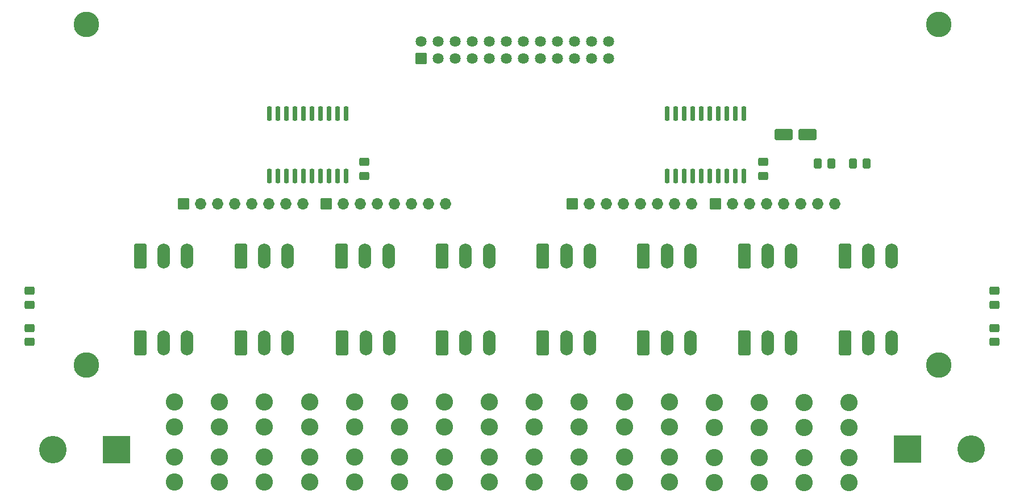
<source format=gbr>
G04 #@! TF.GenerationSoftware,KiCad,Pcbnew,(6.0.5)*
G04 #@! TF.CreationDate,2022-05-09T00:11:04-04:00*
G04 #@! TF.ProjectId,PB_16,50425f31-362e-46b6-9963-61645f706362,v1*
G04 #@! TF.SameCoordinates,Original*
G04 #@! TF.FileFunction,Soldermask,Top*
G04 #@! TF.FilePolarity,Negative*
%FSLAX46Y46*%
G04 Gerber Fmt 4.6, Leading zero omitted, Abs format (unit mm)*
G04 Created by KiCad (PCBNEW (6.0.5)) date 2022-05-09 00:11:04*
%MOMM*%
%LPD*%
G01*
G04 APERTURE LIST*
G04 Aperture macros list*
%AMRoundRect*
0 Rectangle with rounded corners*
0 $1 Rounding radius*
0 $2 $3 $4 $5 $6 $7 $8 $9 X,Y pos of 4 corners*
0 Add a 4 corners polygon primitive as box body*
4,1,4,$2,$3,$4,$5,$6,$7,$8,$9,$2,$3,0*
0 Add four circle primitives for the rounded corners*
1,1,$1+$1,$2,$3*
1,1,$1+$1,$4,$5*
1,1,$1+$1,$6,$7*
1,1,$1+$1,$8,$9*
0 Add four rect primitives between the rounded corners*
20,1,$1+$1,$2,$3,$4,$5,0*
20,1,$1+$1,$4,$5,$6,$7,0*
20,1,$1+$1,$6,$7,$8,$9,0*
20,1,$1+$1,$8,$9,$2,$3,0*%
G04 Aperture macros list end*
%ADD10RoundRect,0.301000X-1.050000X-0.550000X1.050000X-0.550000X1.050000X0.550000X-1.050000X0.550000X0*%
%ADD11RoundRect,0.300999X0.450001X-0.325001X0.450001X0.325001X-0.450001X0.325001X-0.450001X-0.325001X0*%
%ADD12RoundRect,0.301000X-0.650000X-1.550000X0.650000X-1.550000X0.650000X1.550000X-0.650000X1.550000X0*%
%ADD13O,1.902000X3.702000*%
%ADD14C,2.577000*%
%ADD15RoundRect,0.051000X-0.800000X-0.800000X0.800000X-0.800000X0.800000X0.800000X-0.800000X0.800000X0*%
%ADD16O,1.702000X1.702000*%
%ADD17C,3.802000*%
%ADD18RoundRect,0.300999X-0.450001X0.325001X-0.450001X-0.325001X0.450001X-0.325001X0.450001X0.325001X0*%
%ADD19RoundRect,0.300999X0.325001X0.450001X-0.325001X0.450001X-0.325001X-0.450001X0.325001X-0.450001X0*%
%ADD20RoundRect,0.051000X2.000000X2.000000X-2.000000X2.000000X-2.000000X-2.000000X2.000000X-2.000000X0*%
%ADD21C,4.102000*%
%ADD22RoundRect,0.051000X-2.000000X-2.000000X2.000000X-2.000000X2.000000X2.000000X-2.000000X2.000000X0*%
%ADD23RoundRect,0.051000X-0.765000X-0.765000X0.765000X-0.765000X0.765000X0.765000X-0.765000X0.765000X0*%
%ADD24C,1.632000*%
%ADD25RoundRect,0.201000X-0.150000X0.875000X-0.150000X-0.875000X0.150000X-0.875000X0.150000X0.875000X0*%
G04 APERTURE END LIST*
D10*
X184951000Y-98517800D03*
X188551000Y-98517800D03*
D11*
X181901000Y-104642800D03*
X181901000Y-102592800D03*
D12*
X89100000Y-129600000D03*
D13*
X92600000Y-129600000D03*
X96100000Y-129600000D03*
D12*
X119100000Y-116600000D03*
D13*
X122600000Y-116600000D03*
X126100000Y-116600000D03*
D12*
X119214342Y-129600000D03*
D13*
X122714342Y-129600000D03*
X126214342Y-129600000D03*
D12*
X134100000Y-116600000D03*
D13*
X137600000Y-116600000D03*
X141100000Y-116600000D03*
D12*
X134100000Y-129600000D03*
D13*
X137600000Y-129600000D03*
X141100000Y-129600000D03*
D12*
X149100000Y-116600000D03*
D13*
X152600000Y-116600000D03*
X156100000Y-116600000D03*
D12*
X149100000Y-129600000D03*
D13*
X152600000Y-129600000D03*
X156100000Y-129600000D03*
D12*
X164100000Y-116600000D03*
D13*
X167600000Y-116600000D03*
X171100000Y-116600000D03*
D12*
X164100000Y-129600000D03*
D13*
X167600000Y-129600000D03*
X171100000Y-129600000D03*
D12*
X179100000Y-116600000D03*
D13*
X182600000Y-116600000D03*
X186100000Y-116600000D03*
D12*
X179100000Y-129600000D03*
D13*
X182600000Y-129600000D03*
X186100000Y-129600000D03*
D12*
X194100000Y-116600000D03*
D13*
X197600000Y-116600000D03*
X201100000Y-116600000D03*
D12*
X194100000Y-129600000D03*
D13*
X197600000Y-129600000D03*
X201100000Y-129600000D03*
D14*
X94222600Y-150288600D03*
X94222600Y-146588600D03*
X94222600Y-142088600D03*
X94222600Y-138388600D03*
X134425198Y-150298600D03*
X134425198Y-146598600D03*
X134425198Y-142098600D03*
X134425198Y-138398600D03*
X181328229Y-150363600D03*
X181328229Y-146663600D03*
X181328229Y-142163600D03*
X181328229Y-138463600D03*
D11*
X122501000Y-104642800D03*
X122501000Y-102592800D03*
D14*
X100923033Y-150303600D03*
X100923033Y-146603600D03*
X100923033Y-142103600D03*
X100923033Y-138403600D03*
X127724765Y-150298600D03*
X127724765Y-146598600D03*
X127724765Y-142098600D03*
X127724765Y-138398600D03*
X141125631Y-150298600D03*
X141125631Y-146598600D03*
X141125631Y-142098600D03*
X141125631Y-138398600D03*
X147826064Y-150298600D03*
X147826064Y-146598600D03*
X147826064Y-142098600D03*
X147826064Y-138398600D03*
X154526497Y-150298600D03*
X154526497Y-146598600D03*
X154526497Y-142098600D03*
X154526497Y-138398600D03*
X194729100Y-150363600D03*
X194729100Y-146663600D03*
X194729100Y-142163600D03*
X194729100Y-138463600D03*
X121024332Y-150298600D03*
X121024332Y-146598600D03*
X121024332Y-142098600D03*
X121024332Y-138398600D03*
X107623466Y-150303600D03*
X107623466Y-146603600D03*
X107623466Y-142103600D03*
X107623466Y-138403600D03*
X174627796Y-150363600D03*
X174627796Y-146663600D03*
X174627796Y-142163600D03*
X174627796Y-138463600D03*
D15*
X95561500Y-108813600D03*
D16*
X98101500Y-108813600D03*
X100641500Y-108813600D03*
X103181500Y-108813600D03*
X105721500Y-108813600D03*
X108261500Y-108813600D03*
X110801500Y-108813600D03*
X113341500Y-108813600D03*
D14*
X161226930Y-150298600D03*
X161226930Y-146598600D03*
X161226930Y-142098600D03*
X161226930Y-138398600D03*
D15*
X153486200Y-108813600D03*
D16*
X156026200Y-108813600D03*
X158566200Y-108813600D03*
X161106200Y-108813600D03*
X163646200Y-108813600D03*
X166186200Y-108813600D03*
X168726200Y-108813600D03*
X171266200Y-108813600D03*
D15*
X174812600Y-108813600D03*
D16*
X177352600Y-108813600D03*
X179892600Y-108813600D03*
X182432600Y-108813600D03*
X184972600Y-108813600D03*
X187512600Y-108813600D03*
X190052600Y-108813600D03*
X192592600Y-108813600D03*
D15*
X116852700Y-108813600D03*
D16*
X119392700Y-108813600D03*
X121932700Y-108813600D03*
X124472700Y-108813600D03*
X127012700Y-108813600D03*
X129552700Y-108813600D03*
X132092700Y-108813600D03*
X134632700Y-108813600D03*
D14*
X114323899Y-150303600D03*
X114323899Y-146603600D03*
X114323899Y-142103600D03*
X114323899Y-138403600D03*
D12*
X89100000Y-116600000D03*
D13*
X92600000Y-116600000D03*
X96100000Y-116600000D03*
D12*
X104100000Y-116600000D03*
D13*
X107600000Y-116600000D03*
X111100000Y-116600000D03*
D12*
X104100000Y-129600000D03*
D13*
X107600000Y-129600000D03*
X111100000Y-129600000D03*
D14*
X188028662Y-150363600D03*
X188028662Y-146663600D03*
X188028662Y-142163600D03*
X188028662Y-138463600D03*
X167927363Y-150298600D03*
X167927363Y-146598600D03*
X167927363Y-142098600D03*
X167927363Y-138398600D03*
D17*
X81113000Y-82066600D03*
X208113000Y-82066600D03*
D18*
X72601000Y-121806000D03*
X72601000Y-123856000D03*
X72601000Y-127367000D03*
X72601000Y-129417000D03*
D19*
X192126000Y-102817800D03*
X190076000Y-102817800D03*
X197326000Y-102817800D03*
X195276000Y-102817800D03*
D20*
X85601000Y-145517800D03*
D21*
X76101000Y-145517800D03*
D17*
X208127600Y-132866600D03*
D22*
X203401000Y-145417800D03*
D21*
X212901000Y-145417800D03*
D18*
X216401000Y-127367000D03*
X216401000Y-129417000D03*
X216401000Y-121806000D03*
X216401000Y-123856000D03*
D23*
X130931000Y-87160300D03*
D24*
X130931000Y-84620300D03*
X133471000Y-87160300D03*
X133471000Y-84620300D03*
X136011000Y-87160300D03*
X136011000Y-84620300D03*
X138551000Y-87160300D03*
X138551000Y-84620300D03*
X141091000Y-87160300D03*
X141091000Y-84620300D03*
X143631000Y-87160300D03*
X143631000Y-84620300D03*
X146171000Y-87160300D03*
X146171000Y-84620300D03*
X148711000Y-87160300D03*
X148711000Y-84620300D03*
X151251000Y-87160300D03*
X151251000Y-84620300D03*
X153791000Y-87160300D03*
X153791000Y-84620300D03*
X156331000Y-87160300D03*
X156331000Y-84620300D03*
X158871000Y-87160300D03*
X158871000Y-84620300D03*
D25*
X179016000Y-95367800D03*
X177746000Y-95367800D03*
X176476000Y-95367800D03*
X175206000Y-95367800D03*
X173936000Y-95367800D03*
X172666000Y-95367800D03*
X171396000Y-95367800D03*
X170126000Y-95367800D03*
X168856000Y-95367800D03*
X167586000Y-95367800D03*
X167586000Y-104667800D03*
X168856000Y-104667800D03*
X170126000Y-104667800D03*
X171396000Y-104667800D03*
X172666000Y-104667800D03*
X173936000Y-104667800D03*
X175206000Y-104667800D03*
X176476000Y-104667800D03*
X177746000Y-104667800D03*
X179016000Y-104667800D03*
X119816000Y-95367800D03*
X118546000Y-95367800D03*
X117276000Y-95367800D03*
X116006000Y-95367800D03*
X114736000Y-95367800D03*
X113466000Y-95367800D03*
X112196000Y-95367800D03*
X110926000Y-95367800D03*
X109656000Y-95367800D03*
X108386000Y-95367800D03*
X108386000Y-104667800D03*
X109656000Y-104667800D03*
X110926000Y-104667800D03*
X112196000Y-104667800D03*
X113466000Y-104667800D03*
X114736000Y-104667800D03*
X116006000Y-104667800D03*
X117276000Y-104667800D03*
X118546000Y-104667800D03*
X119816000Y-104667800D03*
D17*
X81127600Y-132866600D03*
M02*

</source>
